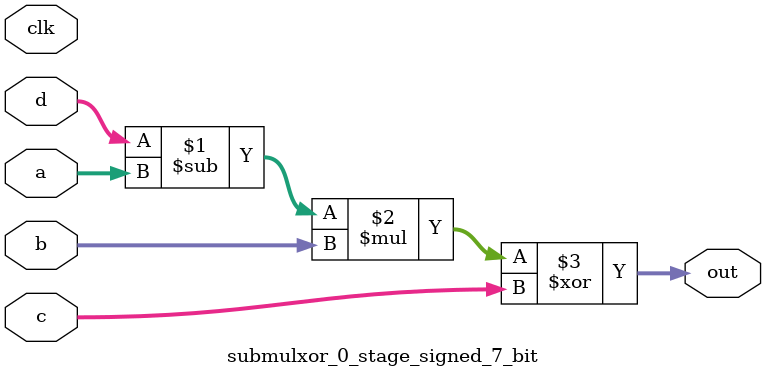
<source format=sv>
(* use_dsp = "yes" *) module submulxor_0_stage_signed_7_bit(
	input signed [6:0] a,
	input signed [6:0] b,
	input signed [6:0] c,
	input signed [6:0] d,
	output [6:0] out,
	input clk);

	assign out = ((d - a) * b) ^ c;
endmodule

</source>
